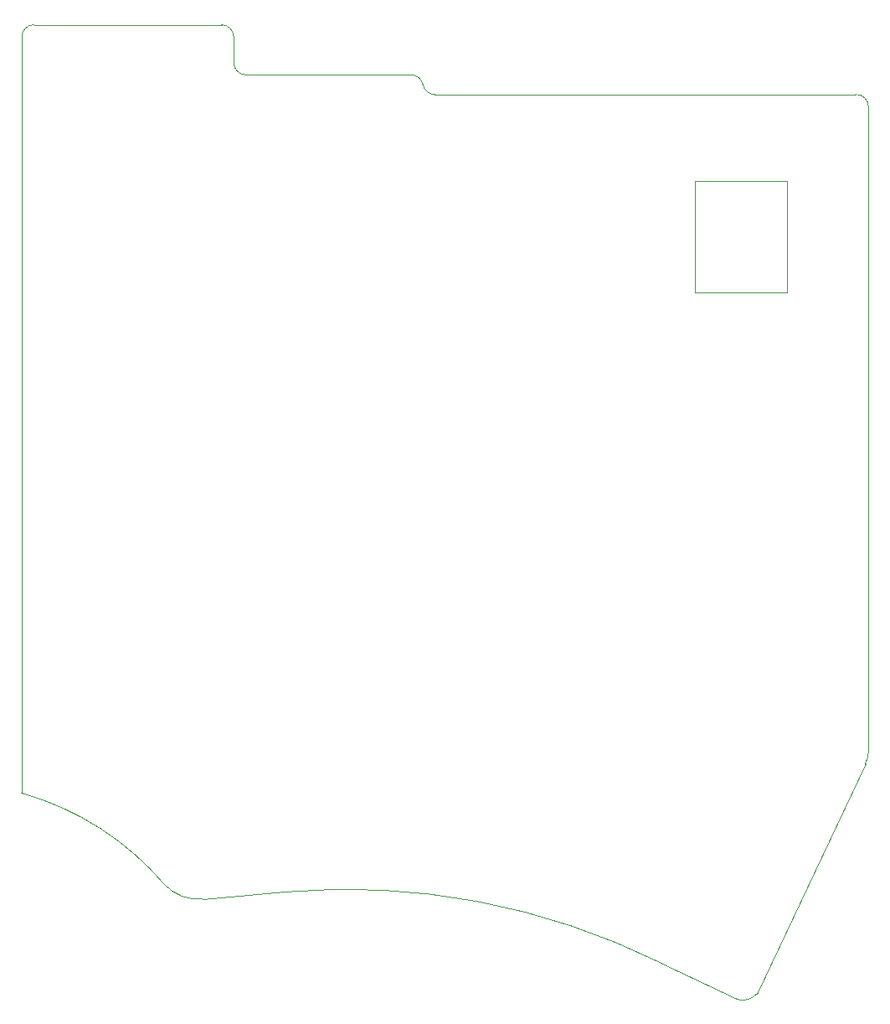
<source format=gm1>
%TF.GenerationSoftware,KiCad,Pcbnew,(7.0.0-0)*%
%TF.CreationDate,2023-05-01T13:28:00-07:00*%
%TF.ProjectId,cantor-master-key,63616e74-6f72-42d6-9d61-737465722d6b,rev1.0*%
%TF.SameCoordinates,PX78114e0PY44b6550*%
%TF.FileFunction,Profile,NP*%
%FSLAX46Y46*%
G04 Gerber Fmt 4.6, Leading zero omitted, Abs format (unit mm)*
G04 Created by KiCad (PCBNEW (7.0.0-0)) date 2023-05-01 13:28:00*
%MOMM*%
%LPD*%
G01*
G04 APERTURE LIST*
%TA.AperFunction,Profile*%
%ADD10C,0.100000*%
%TD*%
%TA.AperFunction,Profile*%
%ADD11C,0.120000*%
%TD*%
G04 APERTURE END LIST*
D10*
X3789999Y-57090001D02*
G75*
G03*
X-10673448Y-47830000I-22363720J-19005078D01*
G01*
X63630000Y-68110000D02*
X74635831Y-44865940D01*
X3789970Y-57090029D02*
G75*
G03*
X7610000Y-58539999I3440030J3305929D01*
G01*
X29900001Y23770000D02*
G75*
G03*
X31110000Y22759999I1209999J219800D01*
G01*
X73670000Y22760000D02*
X31110000Y22760000D01*
X-10673448Y28570000D02*
X-10673448Y-47830000D01*
X-9436896Y29806552D02*
X9530000Y29806552D01*
X12003104Y24750000D02*
X28690000Y24750000D01*
X74960028Y21510000D02*
G75*
G03*
X73670000Y22759999I-1241028J9900D01*
G01*
X74635824Y-44865936D02*
G75*
G03*
X74959999Y-43570000I-2650524J1351536D01*
G01*
X10766552Y28570000D02*
X10766552Y25980000D01*
X15940000Y-57820000D02*
X7610000Y-58540000D01*
X53910000Y-64960000D02*
X61613868Y-68641488D01*
X29900008Y23770002D02*
G75*
G03*
X28690000Y24750000I-1210008J-257002D01*
G01*
X10766583Y25980000D02*
G75*
G03*
X12003104Y24750000I1230017J0D01*
G01*
X-9436896Y29806548D02*
G75*
G03*
X-10673448Y28570000I-4J-1236548D01*
G01*
X10766552Y28570000D02*
G75*
G03*
X9530000Y29806552I-1236552J0D01*
G01*
X74960000Y-43570000D02*
X74960000Y21510000D01*
X61613883Y-68641447D02*
G75*
G03*
X63629999Y-68109999I623117J1726047D01*
G01*
X53910001Y-64959998D02*
G75*
G03*
X15940000Y-57820000I-31697901J-64036302D01*
G01*
D11*
%TO.C,LS1*%
X66735000Y14044500D02*
X57435000Y14044500D01*
X57435000Y14044500D02*
X57435000Y2744500D01*
X57435000Y2744500D02*
X66735000Y2744500D01*
X66735000Y2744500D02*
X66735000Y14044500D01*
%TD*%
M02*

</source>
